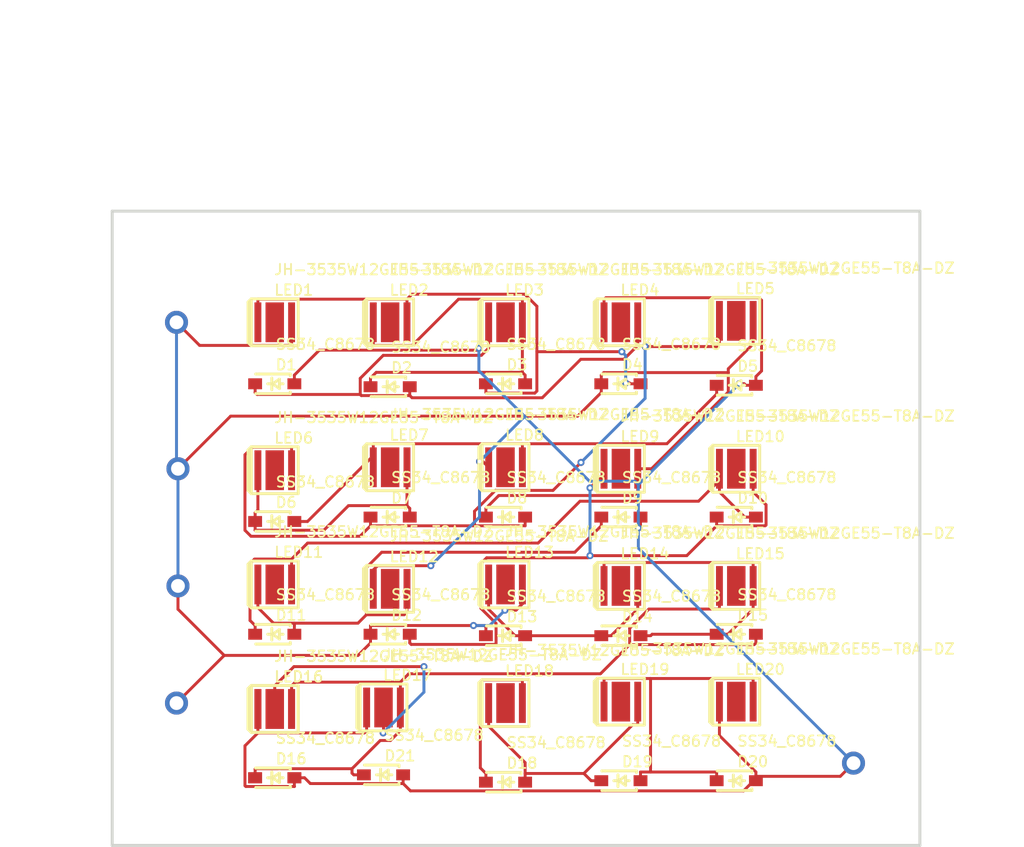
<source format=kicad_pcb>
(kicad_pcb (version 20241229) (generator "pcbnew") (generator_version "9.0")
  (layers (0 "F.Cu" signal "TopLayer") (2 "B.Cu" signal "BottomLayer") (13 "F.Paste" user "TopPasteMaskLayer") (15 "B.Paste" user "BottomPasteMaskLayer") (5 "F.SilkS" user "TopSilkLayer") (7 "B.SilkS" user "BottomSilkLayer") (1 "F.Mask" user "TopSolderMaskLayer") (3 "B.Mask" user "BottomSolderMaskLayer") (25 "Edge.Cuts" user "BoardOutLine"))
  (net 0 "")
  (net 1 "LED16_2")
  (net 2 "LED1_1")
  (net 3 "LED9_1")
  (net 4 "LED5_1")
  (net 5 "LED-")
  (net 6 "LED+")
  (net 7 "LED2_1")
  (net 8 "LED7_1")
  (net 9 "LED13_1")
  (net 10 "LED6_1")
  (net 11 "LED11_1")
  (net 12 "LED10_1")
  (net 13 "LED14_1")
  (net 14 "LED15_1")
  (net 15 "LED17_1")
  (net 16 "LED18_1")
  (net 17 "LED19_1")
  (net 18 "LED3_1")
  (net 19 "LED1_2")
  (net 20 "LED2_2")
  (net 21 "LED3_2")
  (net 22 "LED4_2")
  (net 23 "LED5_2")
  (net 24 "LED6_2")
  (net 25 "LED7_2")
  (net 26 "LED8_2")
  (net 27 "LED9_2")
  (net 28 "LED10_2")
  (net 29 "LED11_2")
  (net 30 "LED12_2")
  (net 31 "LED13_2")
  (net 32 "LED14_2")
  (net 33 "LED15_2")
  (net 34 "LED18_2")
  (net 35 "LED19_2")
  (net 36 "LED20_2")
  (footprint "SOD-123_L2.7-W1.6-LS3.7-RD-1" (layer "F.Cu") (at 141.0871 89.228)
    (property "Reference" "D2")
    (property "Value" "SS34_C8678")
  )
  (footprint "LED-SMD_L3.45-W3.45_W3.45SMD3535" (layer "F.Cu") (at 131.0871 96.467)
    (property "Reference" "LED6")
    (property "Value" "JH-3535W12GE55-T8A-DZ")
  )
  (footprint "LED-SMD_L3.45-W3.45_W3.45SMD3535" (layer "F.Cu") (at 141.0871 117.168)
    (property "Reference" "LED16")
    (property "Value" "JH-3535W12GE55-T8A-DZ")
  )
  (footprint "SOD-123_L2.7-W1.6-LS3.7-RD-1" (layer "F.Cu") (at 171.087 110.691)
    (property "Reference" "D15")
    (property "Value" "SS34_C8678")
  )
  (footprint "LED-SMD_L3.45-W3.45_W3.45SMD3535" (layer "F.Cu") (at 131.0871 117.168)
    (property "Reference" "LED16")
    (property "Value" "JH-3535W12GE55-T8A-DZ")
  )
  (footprint "SOD-123_L2.7-W1.6-LS3.7-RD-1" (layer "F.Cu") (at 161.087 100.531)
    (property "Reference" "D9")
    (property "Value" "SS34_C8678")
  )
  (footprint "SOD-123_L2.7-W1.6-LS3.7-RD-1" (layer "F.Cu") (at 161.087 110.818)
    (property "Reference" "D14")
    (property "Value" "SS34_C8678")
  )
  (footprint "LED-SMD_L3.45-W3.45_W3.45SMD3535" (layer "F.Cu") (at 161.087 96.34)
    (property "Reference" "LED9")
    (property "Value" "JH-3535W12GE55-T8A-DZ")
  )
  (footprint "SOD-123_L2.7-W1.6-LS3.7-RD-1" (layer "F.Cu") (at 131.0871 123.137)
    (property "Reference" "D16")
    (property "Value" "SS34_C8678")
  )
  (footprint "SOD-123_L2.7-W1.6-LS3.7-RD-1" (layer "F.Cu") (at 141.0871 100.531)
    (property "Reference" "D7")
    (property "Value" "SS34_C8678")
  )
  (footprint "LED-SMD_L3.45-W3.45_W3.45SMD3535" (layer "F.Cu") (at 151.087 96.213)
    (property "Reference" "LED8")
    (property "Value" "JH-3535W12GE55-T8A-DZ")
  )
  (footprint "SOD-123_L2.7-W1.6-LS3.7-RD-1" (layer "F.Cu") (at 141.0871 110.691)
    (property "Reference" "D12")
    (property "Value" "SS34_C8678")
  )
  (footprint "SOD-123_L2.7-W1.6-LS3.7-RD-1" (layer "F.Cu") (at 161.087 123.391)
    (property "Reference" "D19")
    (property "Value" "SS34_C8678")
  )
  (footprint "LED-SMD_L3.45-W3.45_W3.45SMD3535" (layer "F.Cu") (at 141.0871 96.213)
    (property "Reference" "LED7")
    (property "Value" "JH-3535W12GE55-T8A-DZ")
  )
  (footprint "SOD-123_L2.7-W1.6-LS3.7-RD-1" (layer "F.Cu") (at 131.0871 88.974)
    (property "Reference" "D1")
    (property "Value" "SS34_C8678")
  )
  (footprint "LED-SMD_L3.45-W3.45_W3.45SMD3535" (layer "F.Cu") (at 131.0871 106.373)
    (property "Reference" "LED11")
    (property "Value" "JH-3535W12GE55-T8A-DZ")
  )
  (footprint "SOD-123_L2.7-W1.6-LS3.7-RD-1" (layer "F.Cu") (at 151.087 88.974)
    (property "Reference" "D3")
    (property "Value" "SS34_C8678")
  )
  (footprint "SOD-123_L2.7-W1.6-LS3.7-RD-1" (layer "F.Cu") (at 150.513 122.883)
    (property "Reference" "D21")
    (property "Value" "SS34_C8678")
  )
  (footprint "LED-SMD_L3.45-W3.45_W3.45SMD3535" (layer "F.Cu") (at 161.087 116.533)
    (property "Reference" "LED19")
    (property "Value" "JH-3535W12GE55-T8A-DZ")
  )
  (footprint "LED-SMD_L3.45-W3.45_W3.45SMD3535" (layer "F.Cu") (at 141.0871 83.64)
    (property "Reference" "LED2")
    (property "Value" "JH-3535W12GE55-T8A-DZ")
  )
  (footprint "LED-SMD_L3.45-W3.45_W3.45SMD3535" (layer "F.Cu") (at 171.087 96.34)
    (property "Reference" "LED10")
    (property "Value" "JH-3535W12GE55-T8A-DZ")
  )
  (footprint "LED-SMD_L3.45-W3.45_W3.45SMD3535" (layer "F.Cu") (at 171.087 83.513)
    (property "Reference" "LED5")
    (property "Value" "JH-3535W12GE55-T8A-DZ")
  )
  (footprint "SOD-123_L2.7-W1.6-LS3.7-RD-1" (layer "F.Cu") (at 141.0871 123.137)
    (property "Reference" "D16")
    (property "Value" "SS34_C8678")
  )
  (footprint "LED-SMD_L3.45-W3.45_W3.45SMD3535" (layer "F.Cu") (at 171.087 116.533)
    (property "Reference" "LED20")
    (property "Value" "JH-3535W12GE55-T8A-DZ")
  )
  (footprint "SOD-123_L2.7-W1.6-LS3.7-RD-1" (layer "F.Cu") (at 151.087 110.818)
    (property "Reference" "D13")
    (property "Value" "SS34_C8678")
  )
  (footprint "LED-SMD_L3.45-W3.45_W3.45SMD3535" (layer "F.Cu") (at 131.0871 83.64)
    (property "Reference" "LED1")
    (property "Value" "JH-3535W12GE55-T8A-DZ")
  )
  (footprint "SOD-123_L2.7-W1.6-LS3.7-RD-1" (layer "F.Cu") (at 131.0871 110.691)
    (property "Reference" "D11")
    (property "Value" "SS34_C8678")
  )
  (footprint "Pad_gge4764" (layer "F.Cu") (at 122.7 96.3403)
    (property "Reference" "Pad_gge4764" (hide yes))
    (property "Value" "Pad_gge4764" (hide yes))
  )
  (footprint "SOD-123_L2.7-W1.6-LS3.7-RD-1" (layer "F.Cu") (at 161.087 88.974)
    (property "Reference" "D4")
    (property "Value" "SS34_C8678")
  )
  (footprint "SOD-123_L2.7-W1.6-LS3.7-RD-1" (layer "F.Cu") (at 151.087 123.518)
    (property "Reference" "D18")
    (property "Value" "SS34_C8678")
  )
  (footprint "SOD-123_L2.7-W1.6-LS3.7-RD-1" (layer "F.Cu") (at 171.087 89.101)
    (property "Reference" "D5")
    (property "Value" "SS34_C8678")
  )
  (footprint "LED-SMD_L3.45-W3.45_W3.45SMD3535" (layer "F.Cu") (at 161.087 106.5)
    (property "Reference" "LED14")
    (property "Value" "JH-3535W12GE55-T8A-DZ")
  )
  (footprint "SOD-123_L2.7-W1.6-LS3.7-RD-1" (layer "F.Cu") (at 171.087 100.531)
    (property "Reference" "D10")
    (property "Value" "SS34_C8678")
  )
  (footprint "LED-SMD_L3.45-W3.45_W3.45SMD3535" (layer "F.Cu") (at 141.0871 106.754)
    (property "Reference" "LED12")
    (property "Value" "JH-3535W12GE55-T8A-DZ")
  )
  (footprint "SOD-123_L2.7-W1.6-LS3.7-RD-1" (layer "F.Cu") (at 171.087 123.391)
    (property "Reference" "D20")
    (property "Value" "SS34_C8678")
  )
  (footprint "LED-SMD_L3.45-W3.45_W3.45SMD3535" (layer "F.Cu") (at 151.087 106.373)
    (property "Reference" "LED13")
    (property "Value" "JH-3535W12GE55-T8A-DZ")
  )
  (footprint "Pad_gge4869" (layer "F.Cu") (at 122.573 116.66)
    (property "Reference" "Pad_gge4869" (hide yes))
    (property "Value" "Pad_gge4869" (hide yes))
  )
  (footprint "Pad_gge4725" (layer "F.Cu") (at 122.573 83.6403)
    (property "Reference" "Pad_gge4725" (hide yes))
    (property "Value" "Pad_gge4725" (hide yes))
  )
  (footprint "LED-SMD_L3.45-W3.45_W3.45SMD3535" (layer "F.Cu") (at 161.087 83.64)
    (property "Reference" "LED4")
    (property "Value" "JH-3535W12GE55-T8A-DZ")
  )
  (footprint "Pad_gge4923" (layer "F.Cu") (at 181.2467 121.867)
    (property "Reference" "Pad_gge4923" (hide yes))
    (property "Value" "Pad_gge4923" (hide yes))
  )
  (footprint "LED-SMD_L3.45-W3.45_W3.45SMD3535" (layer "F.Cu") (at 151.087 116.66)
    (property "Reference" "LED18")
    (property "Value" "JH-3535W12GE55-T8A-DZ")
  )
  (footprint "SOD-123_L2.7-W1.6-LS3.7-RD-1" (layer "F.Cu") (at 131.0871 100.912)
    (property "Reference" "D6")
    (property "Value" "SS34_C8678")
  )
  (footprint "LED-SMD_L3.45-W3.45_W3.45SMD3535" (layer "F.Cu") (at 171.087 106.5)
    (property "Reference" "LED15")
    (property "Value" "JH-3535W12GE55-T8A-DZ")
  )
  (footprint "LED-SMD_L3.45-W3.45_W3.45SMD3535" (layer "F.Cu") (at 150.513 117.041)
    (property "Reference" "LED17")
    (property "Value" "JH-3535W12GE55-T8A-DZ")
  )
  (footprint "Pad_gge4815" (layer "F.Cu") (at 122.7 106.5003)
    (property "Reference" "Pad_gge4815" (hide yes))
    (property "Value" "Pad_gge4815" (hide yes))
  )
  (footprint "SOD-123_L2.7-W1.6-LS3.7-RD-1" (layer "F.Cu") (at 151.087 100.531)
    (property "Reference" "D8")
    (property "Value" "SS34_C8678")
  )
  (footprint "LED-SMD_L3.45-W3.45_W3.45SMD3535" (layer "F.Cu") (at 151.087 83.64)
    (property "Reference" "LED3")
    (property "Value" "JH-3535W12GE55-T8A-DZ")
  )
  (gr_line (start 186.9998 129.0001) (end 117 129.0001) (stroke (width 0.254)) (layer "Edge.Cuts"))
  (gr_line (start 117 74.0002) (end 186.9998 74.0002) (stroke (width 0.254)) (layer "Edge.Cuts"))
  (gr_line (start 117 129.0001) (end 117 74.0002) (stroke (width 0.254)) (layer "Edge.Cuts"))
  (gr_line (start 186.9998 74.0002) (end 186.9998 129.0001) (stroke (width 0.254)) (layer "Edge.Cuts"))
  (segment (start 140.4828 119.0758) (end 140.4828 119.2478) (width 0.254) (layer "F.Cu") (net 1))
  (segment (start 144.0167 113.4992) (end 132.7513 113.4992) (width 0.254) (layer "F.Cu") (net 1))
  (segment (start 132.7513 113.4992) (end 131.0871 115.1635) (width 0.254) (layer "F.Cu") (net 1))
  (segment (start 131.0871 117.168) (end 131.0871 115.1635) (width 0.254) (layer "F.Cu") (net 1))
  (segment (start 140.513 117.041) (end 140.513 119.0456) (width 0.254) (layer "F.Cu") (net 1))
  (segment (start 140.513 119.0456) (end 140.4828 119.0758) (width 0.254) (layer "F.Cu") (net 1))
  (via (at 140.4828 119.2478) (size 0.6096) (drill 0.3048) (layers "F.Cu" "B.Cu") (net 1))
  (via (at 144.0167 113.4992) (size 0.6096) (drill 0.3048) (layers "F.Cu" "B.Cu") (net 1))
  (segment (start 144.0167 115.7139) (end 140.4828 119.2478) (width 0.254) (layer "B.Cu") (net 1))
  (segment (start 144.0167 113.4992) (end 144.0167 115.7139) (width 0.254) (layer "B.Cu") (net 1))
  (segment (start 142.5458 81.6332) (end 142.5481 81.6355) (width 0.254) (layer "F.Cu") (net 2))
  (segment (start 142.5481 81.7365) (end 142.5481 81.6355) (width 0.254) (layer "F.Cu") (net 2))
  (segment (start 153.8051 86.1879) (end 153.8051 89.6014) (width 0.254) (layer "F.Cu") (net 2))
  (segment (start 162.7871 88.974) (end 161.9075 88.974) (width 0.254) (layer "F.Cu") (net 2))
  (segment (start 153.8051 82.2491) (end 153.8051 86.1879) (width 0.254) (layer "F.Cu") (net 2))
  (segment (start 153.8051 86.1879) (end 161.1686 86.1879) (width 0.254) (layer "F.Cu") (net 2))
  (segment (start 153.6281 89.7784) (end 149.4368 89.7784) (width 0.254) (layer "F.Cu") (net 2))
  (segment (start 129.6261 81.6355) (end 129.6284 81.6332) (width 0.254) (layer "F.Cu") (net 2))
  (segment (start 129.6261 83.64) (end 129.6261 81.6355) (width 0.254) (layer "F.Cu") (net 2))
  (segment (start 142.5481 83.64) (end 142.5481 81.7365) (width 0.254) (layer "F.Cu") (net 2))
  (segment (start 142.5481 81.6355) (end 142.9827 81.2009) (width 0.254) (layer "F.Cu") (net 2))
  (segment (start 152.7569 81.2009) (end 153.8051 82.2491) (width 0.254) (layer "F.Cu") (net 2))
  (segment (start 149.387 88.974) (end 149.387 89.7287) (width 0.254) (layer "F.Cu") (net 2))
  (segment (start 161.8343 88.9009) (end 161.9075 88.974) (width 0.254) (layer "F.Cu") (net 2))
  (segment (start 149.4368 89.7784) (end 149.387 89.7287) (width 0.254) (layer "F.Cu") (net 2))
  (segment (start 142.9827 81.2009) (end 152.7569 81.2009) (width 0.254) (layer "F.Cu") (net 2))
  (segment (start 129.6284 81.6332) (end 142.5458 81.6332) (width 0.254) (layer "F.Cu") (net 2))
  (segment (start 161.5018 88.9009) (end 161.8343 88.9009) (width 0.254) (layer "F.Cu") (net 2))
  (segment (start 153.8051 89.6014) (end 153.6281 89.7784) (width 0.254) (layer "F.Cu") (net 2))
  (via (at 161.1686 86.1879) (size 0.6096) (drill 0.3048) (layers "F.Cu" "B.Cu") (net 2))
  (via (at 161.5018 88.9009) (size 0.6096) (drill 0.3048) (layers "F.Cu" "B.Cu") (net 2))
  (segment (start 161.5018 86.5211) (end 161.1686 86.1879) (width 0.254) (layer "B.Cu") (net 2))
  (segment (start 161.5018 88.9009) (end 161.5018 86.5211) (width 0.254) (layer "B.Cu") (net 2))
  (segment (start 169.3883 101.2869) (end 169.387 101.2857) (width 0.254) (layer "F.Cu") (net 3))
  (segment (start 148.9608 104.5544) (end 148.9608 108.4482) (width 0.254) (layer "F.Cu") (net 3))
  (segment (start 172.548 98.3446) (end 173.6679 99.4645) (width 0.254) (layer "F.Cu") (net 3))
  (segment (start 166.7965 103.8762) (end 158.4104 103.8762) (width 0.254) (layer "F.Cu") (net 3))
  (segment (start 149.4541 104.0611) (end 148.9608 104.5544) (width 0.254) (layer "F.Cu") (net 3))
  (segment (start 172.548 97.3423) (end 172.548 98.3446) (width 0.254) (layer "F.Cu") (net 3))
  (segment (start 169.387 101.1843) (end 169.387 101.2857) (width 0.254) (layer "F.Cu") (net 3))
  (segment (start 172.548 97.3423) (end 172.548 96.34) (width 0.254) (layer "F.Cu") (net 3))
  (segment (start 173.6679 99.4645) (end 173.6679 101.213) (width 0.254) (layer "F.Cu") (net 3))
  (segment (start 142.7871 110.691) (end 142.7871 111.4457) (width 0.254) (layer "F.Cu") (net 3))
  (segment (start 148.9608 108.4482) (end 150.2679 109.7553) (width 0.254) (layer "F.Cu") (net 3))
  (segment (start 173.6679 101.213) (end 173.594 101.2869) (width 0.254) (layer "F.Cu") (net 3))
  (segment (start 169.387 101.2857) (end 166.7965 103.8762) (width 0.254) (layer "F.Cu") (net 3))
  (segment (start 150.2679 109.7553) (end 150.2679 111.5) (width 0.254) (layer "F.Cu") (net 3))
  (segment (start 150.194 111.5739) (end 142.9154 111.5739) (width 0.254) (layer "F.Cu") (net 3))
  (segment (start 173.594 101.2869) (end 169.3883 101.2869) (width 0.254) (layer "F.Cu") (net 3))
  (segment (start 150.2679 111.5) (end 150.194 111.5739) (width 0.254) (layer "F.Cu") (net 3))
  (segment (start 169.387 100.531) (end 169.387 101.1843) (width 0.254) (layer "F.Cu") (net 3))
  (segment (start 159.626 96.7863) (end 159.626 96.34) (width 0.254) (layer "F.Cu") (net 3))
  (segment (start 158.4104 103.8762) (end 158.2255 104.0611) (width 0.254) (layer "F.Cu") (net 3))
  (segment (start 158.4104 98.0019) (end 159.626 96.7863) (width 0.254) (layer "F.Cu") (net 3))
  (segment (start 158.2255 104.0611) (end 149.4541 104.0611) (width 0.254) (layer "F.Cu") (net 3))
  (segment (start 142.9154 111.5739) (end 142.7871 111.4457) (width 0.254) (layer "F.Cu") (net 3))
  (via (at 158.4104 103.8762) (size 0.6096) (drill 0.3048) (layers "F.Cu" "B.Cu") (net 3))
  (via (at 158.4104 98.0019) (size 0.6096) (drill 0.3048) (layers "F.Cu" "B.Cu") (net 3))
  (segment (start 158.4104 98.0019) (end 158.4104 103.8762) (width 0.254) (layer "B.Cu") (net 3))
  (segment (start 129.0269 102.1947) (end 138.478 102.1947) (width 0.254) (layer "F.Cu") (net 4))
  (segment (start 152.7871 101.2857) (end 152.7858 101.2869) (width 0.254) (layer "F.Cu") (net 4))
  (segment (start 132.5468 94.4612) (end 129.1709 94.4612) (width 0.254) (layer "F.Cu") (net 4))
  (segment (start 128.5062 101.674) (end 129.0269 102.1947) (width 0.254) (layer "F.Cu") (net 4))
  (segment (start 155.2029 98.2186) (end 157.6268 95.7947) (width 0.254) (layer "F.Cu") (net 4))
  (segment (start 129.1709 94.4612) (end 128.5062 95.1259) (width 0.254) (layer "F.Cu") (net 4))
  (segment (start 128.5062 95.1259) (end 128.5062 101.674) (width 0.254) (layer "F.Cu") (net 4))
  (segment (start 132.5481 96.467) (end 132.5481 94.4625) (width 0.254) (layer "F.Cu") (net 4))
  (segment (start 169.626 83.513) (end 169.626 85.5176) (width 0.254) (layer "F.Cu") (net 4))
  (segment (start 163.1869 85.7437) (end 169.4 85.7437) (width 0.254) (layer "F.Cu") (net 4))
  (segment (start 152.7871 100.531) (end 152.7871 101.2857) (width 0.254) (layer "F.Cu") (net 4))
  (segment (start 139.3871 100.531) (end 139.3871 101.2857) (width 0.254) (layer "F.Cu") (net 4))
  (segment (start 148.4013 101.2869) (end 139.3883 101.2869) (width 0.254) (layer "F.Cu") (net 4))
  (segment (start 132.5481 94.4625) (end 132.5468 94.4612) (width 0.254) (layer "F.Cu") (net 4))
  (segment (start 138.478 102.1947) (end 139.3871 101.2857) (width 0.254) (layer "F.Cu") (net 4))
  (segment (start 148.4013 101.2869) (end 148.4013 100.0215) (width 0.254) (layer "F.Cu") (net 4))
  (segment (start 169.4 85.7437) (end 169.626 85.5176) (width 0.254) (layer "F.Cu") (net 4))
  (segment (start 150.2042 98.2186) (end 155.2029 98.2186) (width 0.254) (layer "F.Cu") (net 4))
  (segment (start 148.4013 100.0215) (end 150.2042 98.2186) (width 0.254) (layer "F.Cu") (net 4))
  (segment (start 139.3883 101.2869) (end 139.3871 101.2857) (width 0.254) (layer "F.Cu") (net 4))
  (segment (start 152.7858 101.2869) (end 148.4013 101.2869) (width 0.254) (layer "F.Cu") (net 4))
  (via (at 157.6268 95.7947) (size 0.6096) (drill 0.3048) (layers "F.Cu" "B.Cu") (net 4))
  (via (at 163.1869 85.7437) (size 0.6096) (drill 0.3048) (layers "F.Cu" "B.Cu") (net 4))
  (segment (start 163.1869 90.2346) (end 157.6268 95.7947) (width 0.254) (layer "B.Cu") (net 4))
  (segment (start 163.1869 85.7437) (end 163.1869 90.2346) (width 0.254) (layer "B.Cu") (net 4))
  (segment (start 132.7871 123.137) (end 132.7871 123.8917) (width 0.254) (layer "F.Cu") (net 5))
  (segment (start 139.6261 106.754) (end 139.6261 105.12) (width 0.254) (layer "F.Cu") (net 5))
  (segment (start 159.626 81.673) (end 159.7919 81.5072) (width 0.254) (layer "F.Cu") (net 5))
  (segment (start 171.3547 88.9644) (end 171.7708 88.9644) (width 0.254) (layer "F.Cu") (net 5))
  (segment (start 133.2271 123.137) (end 132.7871 123.137) (width 0.254) (layer "F.Cu") (net 5))
  (segment (start 162.7871 101.2857) (end 162.5989 101.4739) (width 0.254) (layer "F.Cu") (net 5))
  (segment (start 128.5801 123.8929) (end 132.7859 123.8929) (width 0.254) (layer "F.Cu") (net 5))
  (segment (start 139.9979 104.7482) (end 144.6113 104.7482) (width 0.254) (layer "F.Cu") (net 5))
  (segment (start 172.787 123.2023) (end 171.7154 124.2739) (width 0.254) (layer "F.Cu") (net 5))
  (segment (start 148.8359 95.7091) (end 149.1221 95.7091) (width 0.254) (layer "F.Cu") (net 5))
  (segment (start 171.7708 88.9644) (end 171.9074 89.101) (width 0.254) (layer "F.Cu") (net 5))
  (segment (start 173.055 81.5072) (end 173.2796 81.7317) (width 0.254) (layer "F.Cu") (net 5))
  (segment (start 172.787 123.391) (end 172.787 123.2023) (width 0.254) (layer "F.Cu") (net 5))
  (segment (start 129.6261 119.2463) (end 138.8514 119.2463) (width 0.254) (layer "F.Cu") (net 5))
  (segment (start 128.5062 123.819) (end 128.5801 123.8929) (width 0.254) (layer "F.Cu") (net 5))
  (segment (start 172.787 123.0136) (end 180.1002 123.0136) (width 0.254) (layer "F.Cu") (net 5))
  (segment (start 128.5062 120.3661) (end 128.5062 123.819) (width 0.254) (layer "F.Cu") (net 5))
  (segment (start 132.7859 123.8929) (end 132.7871 123.8917) (width 0.254) (layer "F.Cu") (net 5))
  (segment (start 142.2118 123.6389) (end 134.1686 123.6389) (width 0.254) (layer "F.Cu") (net 5))
  (segment (start 142.2131 122.883) (end 142.2131 123.6377) (width 0.254) (layer "F.Cu") (net 5))
  (segment (start 162.7871 100.531) (end 162.7871 101.2857) (width 0.254) (layer "F.Cu") (net 5))
  (segment (start 159.7919 81.5072) (end 173.055 81.5072) (width 0.254) (layer "F.Cu") (net 5))
  (segment (start 169.626 116.533) (end 169.626 119.4754) (width 0.254) (layer "F.Cu") (net 5))
  (segment (start 133.2271 123.137) (end 133.6667 123.137) (width 0.254) (layer "F.Cu") (net 5))
  (segment (start 142.8493 124.2739) (end 142.2131 123.6377) (width 0.254) (layer "F.Cu") (net 5))
  (segment (start 171.7154 124.2739) (end 142.8493 124.2739) (width 0.254) (layer "F.Cu") (net 5))
  (segment (start 148.6167 86.0538) (end 148.779 85.8915) (width 0.254) (layer "F.Cu") (net 5))
  (segment (start 134.1686 123.6389) (end 133.6667 123.137) (width 0.254) (layer "F.Cu") (net 5))
  (segment (start 129.6261 117.168) (end 129.6261 119.0712) (width 0.254) (layer "F.Cu") (net 5))
  (segment (start 134.9527 86.0538) (end 148.6167 86.0538) (width 0.254) (layer "F.Cu") (net 5))
  (segment (start 139.052 117.041) (end 139.052 119.0456) (width 0.254) (layer "F.Cu") (net 5))
  (segment (start 172.787 123.2023) (end 172.787 123.0136) (width 0.254) (layer "F.Cu") (net 5))
  (segment (start 139.6261 105.12) (end 139.9979 104.7482) (width 0.254) (layer "F.Cu") (net 5))
  (segment (start 159.626 83.64) (end 159.626 81.673) (width 0.254) (layer "F.Cu") (net 5))
  (segment (start 132.7871 88.974) (end 132.7871 88.2194) (width 0.254) (layer "F.Cu") (net 5))
  (segment (start 138.8514 119.2463) (end 139.052 119.0456) (width 0.254) (layer "F.Cu") (net 5))
  (segment (start 180.1002 123.0136) (end 181.2468 121.867) (width 0.254) (layer "F.Cu") (net 5))
  (segment (start 172.787 89.101) (end 172.787 88.3464) (width 0.254) (layer "F.Cu") (net 5))
  (segment (start 172.787 123.0136) (end 172.787 122.6364) (width 0.254) (layer "F.Cu") (net 5))
  (segment (start 172.787 89.101) (end 171.9074 89.101) (width 0.254) (layer "F.Cu") (net 5))
  (segment (start 173.2796 81.7317) (end 173.2796 87.8539) (width 0.254) (layer "F.Cu") (net 5))
  (segment (start 149.1221 95.7091) (end 149.6261 96.213) (width 0.254) (layer "F.Cu") (net 5))
  (segment (start 142.2131 123.6377) (end 142.2118 123.6389) (width 0.254) (layer "F.Cu") (net 5))
  (segment (start 169.626 119.4754) (end 172.787 122.6364) (width 0.254) (layer "F.Cu") (net 5))
  (segment (start 173.2796 87.8539) (end 172.787 88.3464) (width 0.254) (layer "F.Cu") (net 5))
  (segment (start 129.6261 119.0712) (end 129.6261 119.2463) (width 0.254) (layer "F.Cu") (net 5))
  (segment (start 129.6261 119.2463) (end 128.5062 120.3661) (width 0.254) (layer "F.Cu") (net 5))
  (segment (start 132.7871 88.2194) (end 134.9527 86.0538) (width 0.254) (layer "F.Cu") (net 5))
  (via (at 144.6113 104.7482) (size 0.6096) (drill 0.3048) (layers "F.Cu" "B.Cu") (net 5))
  (via (at 148.8359 95.7091) (size 0.6096) (drill 0.3048) (layers "F.Cu" "B.Cu") (net 5))
  (via (at 162.5989 101.4739) (size 0.6096) (drill 0.3048) (layers "F.Cu" "B.Cu") (net 5))
  (via (at 148.779 85.8915) (size 0.6096) (drill 0.3048) (layers "F.Cu" "B.Cu") (net 5))
  (via (at 171.3547 88.9644) (size 0.6096) (drill 0.3048) (layers "F.Cu" "B.Cu") (net 5))
  (segment (start 148.8359 95.7091) (end 148.8359 100.5237) (width 0.254) (layer "B.Cu") (net 5))
  (segment (start 148.8359 100.5237) (end 144.6113 104.7482) (width 0.254) (layer "B.Cu") (net 5))
  (segment (start 152.7439 91.801) (end 148.779 87.8361) (width 0.254) (layer "B.Cu") (net 5))
  (segment (start 162.2951 97.4165) (end 158.3593 97.4165) (width 0.254) (layer "B.Cu") (net 5))
  (segment (start 181.2468 121.867) (end 162.5989 103.2191) (width 0.254) (layer "B.Cu") (net 5))
  (segment (start 162.5989 101.4739) (end 162.5989 97.7203) (width 0.254) (layer "B.Cu") (net 5))
  (segment (start 152.7439 91.801) (end 148.8359 95.7091) (width 0.254) (layer "B.Cu") (net 5))
  (segment (start 148.779 87.8361) (end 148.779 85.8915) (width 0.254) (layer "B.Cu") (net 5))
  (segment (start 162.5989 97.7203) (end 171.3547 88.9644) (width 0.254) (layer "B.Cu") (net 5))
  (segment (start 162.5989 103.2191) (end 162.5989 101.4739) (width 0.254) (layer "B.Cu") (net 5))
  (segment (start 158.3593 97.4165) (end 152.7439 91.801) (width 0.254) (layer "B.Cu") (net 5))
  (segment (start 162.5989 97.7203) (end 162.2951 97.4165) (width 0.254) (layer "B.Cu") (net 5))
  (segment (start 170.3951 87.9994) (end 170.3951 89.687) (width 0.254) (layer "F.Cu") (net 6))
  (segment (start 132.5468 85.6459) (end 124.5786 85.6459) (width 0.254) (layer "F.Cu") (net 6))
  (segment (start 149.387 100.531) (end 149.387 99.7764) (width 0.254) (layer "F.Cu") (net 6))
  (segment (start 139.3871 110.691) (end 139.3871 109.9364) (width 0.254) (layer "F.Cu") (net 6))
  (segment (start 138.3058 112.5269) (end 139.3871 111.4457) (width 0.254) (layer "F.Cu") (net 6))
  (segment (start 132.5481 83.64) (end 132.5481 85.6446) (width 0.254) (layer "F.Cu") (net 6))
  (segment (start 126.7061 112.5269) (end 138.3058 112.5269) (width 0.254) (layer "F.Cu") (net 6))
  (segment (start 162.5481 98.3446) (end 162.2328 98.6598) (width 0.254) (layer "F.Cu") (net 6))
  (segment (start 122.7 108.5208) (end 122.7 106.5003) (width 0.254) (layer "F.Cu") (net 6))
  (segment (start 127.2647 91.7756) (end 157.34 91.7756) (width 0.254) (layer "F.Cu") (net 6))
  (segment (start 162.5481 96.34) (end 162.5481 98.3446) (width 0.254) (layer "F.Cu") (net 6))
  (segment (start 149.387 110.0634) (end 149.2588 109.9351) (width 0.254) (layer "F.Cu") (net 6))
  (segment (start 122.573 116.66) (end 126.7061 112.5269) (width 0.254) (layer "F.Cu") (net 6))
  (segment (start 172.548 85.5176) (end 170.3951 87.6705) (width 0.254) (layer "F.Cu") (net 6))
  (segment (start 124.5786 85.6459) (end 122.573 83.6403) (width 0.254) (layer "F.Cu") (net 6))
  (segment (start 126.7061 112.5269) (end 122.7 108.5208) (width 0.254) (layer "F.Cu") (net 6))
  (segment (start 152.5481 108.0583) (end 151.9999 108.6064) (width 0.254) (layer "F.Cu") (net 6))
  (segment (start 170.3951 89.687) (end 163.7421 96.34) (width 0.254) (layer "F.Cu") (net 6))
  (segment (start 149.387 110.818) (end 149.387 110.0634) (width 0.254) (layer "F.Cu") (net 6))
  (segment (start 159.607 87.9994) (end 159.387 88.2194) (width 0.254) (layer "F.Cu") (net 6))
  (segment (start 170.3951 87.6705) (end 170.3951 87.9994) (width 0.254) (layer "F.Cu") (net 6))
  (segment (start 157.34 91.7756) (end 159.387 89.7287) (width 0.254) (layer "F.Cu") (net 6))
  (segment (start 148.3131 109.9351) (end 139.3883 109.9351) (width 0.254) (layer "F.Cu") (net 6))
  (segment (start 170.3951 87.9994) (end 159.607 87.9994) (width 0.254) (layer "F.Cu") (net 6))
  (segment (start 132.5481 85.6446) (end 132.5468 85.6459) (width 0.254) (layer "F.Cu") (net 6))
  (segment (start 150.5036 98.6598) (end 149.387 99.7764) (width 0.254) (layer "F.Cu") (net 6))
  (segment (start 152.5481 106.373) (end 152.5481 108.0583) (width 0.254) (layer "F.Cu") (net 6))
  (segment (start 122.7 96.3403) (end 127.2647 91.7756) (width 0.254) (layer "F.Cu") (net 6))
  (segment (start 163.7421 96.34) (end 162.5481 96.34) (width 0.254) (layer "F.Cu") (net 6))
  (segment (start 151.9999 108.6064) (end 151.0375 108.6064) (width 0.254) (layer "F.Cu") (net 6))
  (segment (start 172.548 83.513) (end 172.548 85.5176) (width 0.254) (layer "F.Cu") (net 6))
  (segment (start 159.387 88.974) (end 159.387 88.2194) (width 0.254) (layer "F.Cu") (net 6))
  (segment (start 149.2588 109.9351) (end 148.3131 109.9351) (width 0.254) (layer "F.Cu") (net 6))
  (segment (start 139.3871 110.691) (end 139.3871 111.4457) (width 0.254) (layer "F.Cu") (net 6))
  (segment (start 159.387 88.974) (end 159.387 89.7287) (width 0.254) (layer "F.Cu") (net 6))
  (segment (start 162.2328 98.6598) (end 150.5036 98.6598) (width 0.254) (layer "F.Cu") (net 6))
  (segment (start 139.3883 109.9351) (end 139.3871 109.9364) (width 0.254) (layer "F.Cu") (net 6))
  (via (at 151.0375 108.6064) (size 0.6096) (drill 0.3048) (layers "F.Cu" "B.Cu") (net 6))
  (via (at 148.3131 109.9351) (size 0.6096) (drill 0.3048) (layers "F.Cu" "B.Cu") (net 6))
  (segment (start 151.0375 108.6064) (end 149.7089 109.9351) (width 0.254) (layer "B.Cu") (net 6))
  (segment (start 149.7089 109.9351) (end 148.3131 109.9351) (width 0.254) (layer "B.Cu") (net 6))
  (segment (start 122.573 96.2133) (end 122.573 83.6403) (width 0.254) (layer "B.Cu") (net 6))
  (segment (start 122.7 96.3403) (end 122.573 96.2133) (width 0.254) (layer "B.Cu") (net 6))
  (segment (start 122.7 106.5003) (end 122.7 96.3403) (width 0.254) (layer "B.Cu") (net 6))
  (segment (start 139.6273 85.6459) (end 139.6261 85.6446) (width 0.254) (layer "F.Cu") (net 7))
  (segment (start 152.5481 87.9804) (end 152.5481 83.64) (width 0.254) (layer "F.Cu") (net 7))
  (segment (start 147.0162 81.6337) (end 143.004 85.6459) (width 0.254) (layer "F.Cu") (net 7))
  (segment (start 139.6261 83.64) (end 139.6261 85.6446) (width 0.254) (layer "F.Cu") (net 7))
  (segment (start 139.8801 87.9804) (end 152.5481 87.9804) (width 0.254) (layer "F.Cu") (net 7))
  (segment (start 152.5481 83.64) (end 152.5481 81.6355) (width 0.254) (layer "F.Cu") (net 7))
  (segment (start 152.5463 81.6337) (end 147.0162 81.6337) (width 0.254) (layer "F.Cu") (net 7))
  (segment (start 152.7871 88.2194) (end 152.5481 87.9804) (width 0.254) (layer "F.Cu") (net 7))
  (segment (start 139.3871 88.4734) (end 139.8801 87.9804) (width 0.254) (layer "F.Cu") (net 7))
  (segment (start 143.004 85.6459) (end 139.6273 85.6459) (width 0.254) (layer "F.Cu") (net 7))
  (segment (start 139.3871 89.228) (end 139.3871 88.4734) (width 0.254) (layer "F.Cu") (net 7))
  (segment (start 152.7871 88.974) (end 152.7871 88.2194) (width 0.254) (layer "F.Cu") (net 7))
  (segment (start 152.5481 81.6355) (end 152.5463 81.6337) (width 0.254) (layer "F.Cu") (net 7))
  (segment (start 165.069 94.1737) (end 169.387 89.8557) (width 0.254) (layer "F.Cu") (net 8))
  (segment (start 169.387 89.101) (end 169.387 89.8557) (width 0.254) (layer "F.Cu") (net 8))
  (segment (start 139.6609 94.1737) (end 152.5481 94.1737) (width 0.254) (layer "F.Cu") (net 8))
  (segment (start 139.6261 95.2107) (end 133.9248 100.912) (width 0.254) (layer "F.Cu") (net 8))
  (segment (start 152.5481 94.2085) (end 152.5481 94.1737) (width 0.254) (layer "F.Cu") (net 8))
  (segment (start 139.6261 95.2107) (end 139.6261 94.2085) (width 0.254) (layer "F.Cu") (net 8))
  (segment (start 139.6261 94.2085) (end 139.6609 94.1737) (width 0.254) (layer "F.Cu") (net 8))
  (segment (start 139.6261 96.213) (end 139.6261 95.2107) (width 0.254) (layer "F.Cu") (net 8))
  (segment (start 152.5481 96.213) (end 152.5481 94.2085) (width 0.254) (layer "F.Cu") (net 8))
  (segment (start 133.9248 100.912) (end 132.7871 100.912) (width 0.254) (layer "F.Cu") (net 8))
  (segment (start 152.5481 94.1737) (end 165.069 94.1737) (width 0.254) (layer "F.Cu") (net 8))
  (segment (start 160.2666 110.786) (end 160.2666 110.818) (width 0.254) (layer "F.Cu") (net 9))
  (segment (start 149.6261 108.5366) (end 149.6261 106.373) (width 0.254) (layer "F.Cu") (net 9))
  (segment (start 159.387 110.818) (end 152.7871 110.818) (width 0.254) (layer "F.Cu") (net 9))
  (segment (start 159.827 110.818) (end 159.387 110.818) (width 0.254) (layer "F.Cu") (net 9))
  (segment (start 159.827 110.818) (end 160.2666 110.818) (width 0.254) (layer "F.Cu") (net 9))
  (segment (start 162.5481 108.5046) (end 160.2666 110.786) (width 0.254) (layer "F.Cu") (net 9))
  (segment (start 152.7871 110.818) (end 151.9075 110.818) (width 0.254) (layer "F.Cu") (net 9))
  (segment (start 162.5481 106.5) (end 162.5481 108.5046) (width 0.254) (layer "F.Cu") (net 9))
  (segment (start 151.9075 110.818) (end 149.6261 108.5366) (width 0.254) (layer "F.Cu") (net 9))
  (segment (start 142.7871 100.531) (end 142.7871 99.7764) (width 0.254) (layer "F.Cu") (net 10))
  (segment (start 129.3881 101.6677) (end 129.3871 101.6667) (width 0.254) (layer "F.Cu") (net 10))
  (segment (start 129.3871 100.912) (end 129.3871 100.1574) (width 0.254) (layer "F.Cu") (net 10))
  (segment (start 142.5481 99.5374) (end 137.4803 99.5374) (width 0.254) (layer "F.Cu") (net 10))
  (segment (start 129.3871 100.912) (end 129.3871 101.6667) (width 0.254) (layer "F.Cu") (net 10))
  (segment (start 129.6261 96.467) (end 129.6261 99.9184) (width 0.254) (layer "F.Cu") (net 10))
  (segment (start 135.35 101.6677) (end 129.3881 101.6677) (width 0.254) (layer "F.Cu") (net 10))
  (segment (start 137.4803 99.5374) (end 135.35 101.6677) (width 0.254) (layer "F.Cu") (net 10))
  (segment (start 142.5481 99.5374) (end 142.7871 99.7764) (width 0.254) (layer "F.Cu") (net 10))
  (segment (start 129.6261 99.9184) (end 129.3871 100.1574) (width 0.254) (layer "F.Cu") (net 10))
  (segment (start 142.5481 96.213) (end 142.5481 99.5374) (width 0.254) (layer "F.Cu") (net 10))
  (segment (start 159.387 100.531) (end 159.387 101.2857) (width 0.254) (layer "F.Cu") (net 11))
  (segment (start 139.0297 109.0017) (end 139.0297 104.9062) (width 0.254) (layer "F.Cu") (net 11))
  (segment (start 142.5481 108.7586) (end 142.305 109.0017) (width 0.254) (layer "F.Cu") (net 11))
  (segment (start 142.5481 106.754) (end 142.5481 108.7586) (width 0.254) (layer "F.Cu") (net 11))
  (segment (start 132.7871 109.7307) (end 130.9792 109.7307) (width 0.254) (layer "F.Cu") (net 11))
  (segment (start 139.0297 104.9062) (end 140.3566 103.5793) (width 0.254) (layer "F.Cu") (net 11))
  (segment (start 132.7871 109.7307) (end 132.7871 109.9364) (width 0.254) (layer "F.Cu") (net 11))
  (segment (start 130.9792 109.7307) (end 129.6261 108.3776) (width 0.254) (layer "F.Cu") (net 11))
  (segment (start 138.3007 109.7307) (end 139.0297 109.0017) (width 0.254) (layer "F.Cu") (net 11))
  (segment (start 157.0934 103.5793) (end 159.387 101.2857) (width 0.254) (layer "F.Cu") (net 11))
  (segment (start 132.7871 110.691) (end 132.7871 109.9364) (width 0.254) (layer "F.Cu") (net 11))
  (segment (start 142.305 109.0017) (end 139.0297 109.0017) (width 0.254) (layer "F.Cu") (net 11))
  (segment (start 132.7871 109.7307) (end 138.3007 109.7307) (width 0.254) (layer "F.Cu") (net 11))
  (segment (start 129.6261 106.373) (end 129.6261 108.3776) (width 0.254) (layer "F.Cu") (net 11))
  (segment (start 140.3566 103.5793) (end 157.0934 103.5793) (width 0.254) (layer "F.Cu") (net 11))
  (segment (start 169.626 96.34) (end 169.626 97.3423) (width 0.254) (layer "F.Cu") (net 12))
  (segment (start 128.9449 104.5635) (end 128.9449 109.4942) (width 0.254) (layer "F.Cu") (net 12))
  (segment (start 133.9372 102.7807) (end 132.5481 104.1698) (width 0.254) (layer "F.Cu") (net 12))
  (segment (start 167.8147 99.1536) (end 157.544 99.1536) (width 0.254) (layer "F.Cu") (net 12))
  (segment (start 169.626 97.3423) (end 167.8147 99.1536) (width 0.254) (layer "F.Cu") (net 12))
  (segment (start 132.5481 106.373) (end 132.5481 104.3685) (width 0.254) (layer "F.Cu") (net 12))
  (segment (start 132.5481 104.1698) (end 129.3386 104.1698) (width 0.254) (layer "F.Cu") (net 12))
  (segment (start 129.3386 104.1698) (end 128.9449 104.5635) (width 0.254) (layer "F.Cu") (net 12))
  (segment (start 153.9169 102.7807) (end 133.9372 102.7807) (width 0.254) (layer "F.Cu") (net 12))
  (segment (start 128.9449 109.4942) (end 129.3871 109.9364) (width 0.254) (layer "F.Cu") (net 12))
  (segment (start 157.544 99.1536) (end 153.9169 102.7807) (width 0.254) (layer "F.Cu") (net 12))
  (segment (start 129.3871 110.691) (end 129.3871 109.9364) (width 0.254) (layer "F.Cu") (net 12))
  (segment (start 132.5481 104.1698) (end 132.5481 104.3685) (width 0.254) (layer "F.Cu") (net 12))
  (segment (start 171.8124 100.531) (end 172.787 100.531) (width 0.254) (layer "F.Cu") (net 12))
  (segment (start 169.626 98.3446) (end 171.8124 100.531) (width 0.254) (layer "F.Cu") (net 12))
  (segment (start 169.626 97.3423) (end 169.626 98.3446) (width 0.254) (layer "F.Cu") (net 12))
  (segment (start 169.387 110.691) (end 163.7937 110.691) (width 0.254) (layer "F.Cu") (net 13))
  (segment (start 172.548 106.5) (end 172.548 104.4955) (width 0.254) (layer "F.Cu") (net 13))
  (segment (start 172.548 107.5023) (end 172.548 108.5046) (width 0.254) (layer "F.Cu") (net 13))
  (segment (start 162.7871 110.818) (end 163.6667 110.818) (width 0.254) (layer "F.Cu") (net 13))
  (segment (start 172.548 104.4955) (end 172.5226 104.4701) (width 0.254) (layer "F.Cu") (net 13))
  (segment (start 163.7937 110.691) (end 163.6667 110.818) (width 0.254) (layer "F.Cu") (net 13))
  (segment (start 159.6514 104.4701) (end 159.626 104.4955) (width 0.254) (layer "F.Cu") (net 13))
  (segment (start 172.548 107.5023) (end 172.548 106.5) (width 0.254) (layer "F.Cu") (net 13))
  (segment (start 172.5226 104.4701) (end 159.6514 104.4701) (width 0.254) (layer "F.Cu") (net 13))
  (segment (start 170.3616 110.691) (end 169.387 110.691) (width 0.254) (layer "F.Cu") (net 13))
  (segment (start 159.626 106.5) (end 159.626 104.4955) (width 0.254) (layer "F.Cu") (net 13))
  (segment (start 172.548 108.5046) (end 170.3616 110.691) (width 0.254) (layer "F.Cu") (net 13))
  (segment (start 141.9741 117.041) (end 141.9741 115.087) (width 0.254) (layer "F.Cu") (net 14))
  (segment (start 141.1163 119.9034) (end 141.9741 119.0456) (width 0.254) (layer "F.Cu") (net 14))
  (segment (start 140.2321 119.9034) (end 141.1163 119.9034) (width 0.254) (layer "F.Cu") (net 14))
  (segment (start 172.787 110.691) (end 172.787 111.4457) (width 0.254) (layer "F.Cu") (net 14))
  (segment (start 137.7833 122.7329) (end 137.7833 122.3522) (width 0.254) (layer "F.Cu") (net 14))
  (segment (start 132.5481 117.168) (end 132.5481 115.1635) (width 0.254) (layer "F.Cu") (net 14))
  (segment (start 169.626 106.5) (end 169.626 108.5046) (width 0.254) (layer "F.Cu") (net 14))
  (segment (start 163.514 108.5046) (end 169.626 108.5046) (width 0.254) (layer "F.Cu") (net 14))
  (segment (start 138.813 122.883) (end 137.9334 122.883) (width 0.254) (layer "F.Cu") (net 14))
  (segment (start 141.9741 115.087) (end 141.9741 114.8449) (width 0.254) (layer "F.Cu") (net 14))
  (segment (start 161.8463 110.1724) (end 163.514 108.5046) (width 0.254) (layer "F.Cu") (net 14))
  (segment (start 141.9741 114.8449) (end 142.6997 114.1193) (width 0.254) (layer "F.Cu") (net 14))
  (segment (start 142.6997 114.1193) (end 159.3184 114.1193) (width 0.254) (layer "F.Cu") (net 14))
  (segment (start 141.9741 114.8449) (end 132.8666 114.8449) (width 0.254) (layer "F.Cu") (net 14))
  (segment (start 129.3871 122.3824) (end 129.4173 122.3522) (width 0.254) (layer "F.Cu") (net 14))
  (segment (start 129.3871 123.137) (end 129.3871 122.3824) (width 0.254) (layer "F.Cu") (net 14))
  (segment (start 161.8463 111.5915) (end 161.8463 110.1724) (width 0.254) (layer "F.Cu") (net 14))
  (segment (start 137.9334 122.883) (end 137.7833 122.7329) (width 0.254) (layer "F.Cu") (net 14))
  (segment (start 172.6413 111.5915) (end 172.787 111.4457) (width 0.254) (layer "F.Cu") (net 14))
  (segment (start 161.8463 111.5915) (end 172.6413 111.5915) (width 0.254) (layer "F.Cu") (net 14))
  (segment (start 159.3184 114.1193) (end 161.8463 111.5915) (width 0.254) (layer "F.Cu") (net 14))
  (segment (start 132.8666 114.8449) (end 132.5481 115.1635) (width 0.254) (layer "F.Cu") (net 14))
  (segment (start 141.9741 117.041) (end 141.9741 119.0456) (width 0.254) (layer "F.Cu") (net 14))
  (segment (start 129.4173 122.3522) (end 137.7833 122.3522) (width 0.254) (layer "F.Cu") (net 14))
  (segment (start 137.7833 122.3522) (end 140.2321 119.9034) (width 0.254) (layer "F.Cu") (net 14))
  (segment (start 149.1191 114.6542) (end 148.9047 114.8686) (width 0.254) (layer "F.Cu") (net 15))
  (segment (start 149.387 123.518) (end 149.387 122.7634) (width 0.254) (layer "F.Cu") (net 15))
  (segment (start 152.5468 114.6542) (end 149.1191 114.6542) (width 0.254) (layer "F.Cu") (net 15))
  (segment (start 152.5481 114.6555) (end 152.5468 114.6542) (width 0.254) (layer "F.Cu") (net 15))
  (segment (start 148.9047 114.8686) (end 148.9047 122.281) (width 0.254) (layer "F.Cu") (net 15))
  (segment (start 152.5481 116.66) (end 152.5481 114.6555) (width 0.254) (layer "F.Cu") (net 15))
  (segment (start 148.9047 122.281) (end 149.387 122.7634) (width 0.254) (layer "F.Cu") (net 15))
  (segment (start 158.5074 123.391) (end 157.8798 122.7634) (width 0.254) (layer "F.Cu") (net 16))
  (segment (start 162.5481 116.533) (end 162.5481 118.5376) (width 0.254) (layer "F.Cu") (net 16))
  (segment (start 157.8798 122.7634) (end 152.7871 122.7634) (width 0.254) (layer "F.Cu") (net 16))
  (segment (start 162.5481 118.5376) (end 162.1056 118.5376) (width 0.254) (layer "F.Cu") (net 16))
  (segment (start 149.6261 116.66) (end 149.6261 118.6646) (width 0.254) (layer "F.Cu") (net 16))
  (segment (start 152.7871 123.518) (end 152.7871 122.7634) (width 0.254) (layer "F.Cu") (net 16))
  (segment (start 162.1056 118.5376) (end 157.8798 122.7634) (width 0.254) (layer "F.Cu") (net 16))
  (segment (start 159.387 123.391) (end 158.5074 123.391) (width 0.254) (layer "F.Cu") (net 16))
  (segment (start 152.7871 122.7634) (end 152.7871 121.8256) (width 0.254) (layer "F.Cu") (net 16))
  (segment (start 152.7871 121.8256) (end 149.6261 118.6646) (width 0.254) (layer "F.Cu") (net 16))
  (segment (start 172.5468 114.5272) (end 163.6573 114.5272) (width 0.254) (layer "F.Cu") (net 17))
  (segment (start 172.548 114.5285) (end 172.5468 114.5272) (width 0.254) (layer "F.Cu") (net 17))
  (segment (start 159.626 115.6318) (end 159.626 114.5285) (width 0.254) (layer "F.Cu") (net 17))
  (segment (start 163.6573 114.5272) (end 163.6573 122.6364) (width 0.254) (layer "F.Cu") (net 17))
  (segment (start 163.6573 122.6364) (end 162.7871 122.6364) (width 0.254) (layer "F.Cu") (net 17))
  (segment (start 172.548 116.533) (end 172.548 114.5285) (width 0.254) (layer "F.Cu") (net 17))
  (segment (start 169.387 123.391) (end 169.387 122.6364) (width 0.254) (layer "F.Cu") (net 17))
  (segment (start 162.7871 123.391) (end 162.7871 122.6364) (width 0.254) (layer "F.Cu") (net 17))
  (segment (start 159.6273 114.5272) (end 159.626 114.5285) (width 0.254) (layer "F.Cu") (net 17))
  (segment (start 169.387 122.6364) (end 163.6573 122.6364) (width 0.254) (layer "F.Cu") (net 17))
  (segment (start 159.626 115.6318) (end 159.626 116.533) (width 0.254) (layer "F.Cu") (net 17))
  (segment (start 163.6573 114.5272) (end 159.6273 114.5272) (width 0.254) (layer "F.Cu") (net 17))
  (segment (start 142.7871 89.228) (end 142.7871 89.9827) (width 0.254) (layer "F.Cu") (net 18))
  (segment (start 138.497 88.4973) (end 140.4887 86.5057) (width 0.254) (layer "F.Cu") (net 18))
  (segment (start 138.497 89.8978) (end 129.5562 89.8978) (width 0.254) (layer "F.Cu") (net 18))
  (segment (start 129.3871 88.974) (end 129.3871 89.7287) (width 0.254) (layer "F.Cu") (net 18))
  (segment (start 157.6136 86.8437) (end 161.3489 86.8437) (width 0.254) (layer "F.Cu") (net 18))
  (segment (start 154.271 90.1864) (end 157.6136 86.8437) (width 0.254) (layer "F.Cu") (net 18))
  (segment (start 149.6261 85.8724) (end 149.6261 85.6446) (width 0.254) (layer "F.Cu") (net 18))
  (segment (start 142.7871 89.9827) (end 142.9908 90.1864) (width 0.254) (layer "F.Cu") (net 18))
  (segment (start 161.3489 86.8437) (end 162.5481 85.6446) (width 0.254) (layer "F.Cu") (net 18))
  (segment (start 129.5562 89.8978) (end 129.3871 89.7287) (width 0.254) (layer "F.Cu") (net 18))
  (segment (start 138.5923 89.9931) (end 138.497 89.8978) (width 0.254) (layer "F.Cu") (net 18))
  (segment (start 142.7767 89.9931) (end 138.5923 89.9931) (width 0.254) (layer "F.Cu") (net 18))
  (segment (start 149.6261 83.64) (end 149.6261 85.6446) (width 0.254) (layer "F.Cu") (net 18))
  (segment (start 148.9928 86.5057) (end 149.6261 85.8724) (width 0.254) (layer "F.Cu") (net 18))
  (segment (start 140.4887 86.5057) (end 148.9928 86.5057) (width 0.254) (layer "F.Cu") (net 18))
  (segment (start 138.497 89.8978) (end 138.497 88.4973) (width 0.254) (layer "F.Cu") (net 18))
  (segment (start 142.9908 90.1864) (end 154.271 90.1864) (width 0.254) (layer "F.Cu") (net 18))
  (segment (start 142.7871 89.9827) (end 142.7767 89.9931) (width 0.254) (layer "F.Cu") (net 18))
  (segment (start 162.5481 83.64) (end 162.5481 85.6446) (width 0.254) (layer "F.Cu") (net 18))
)
</source>
